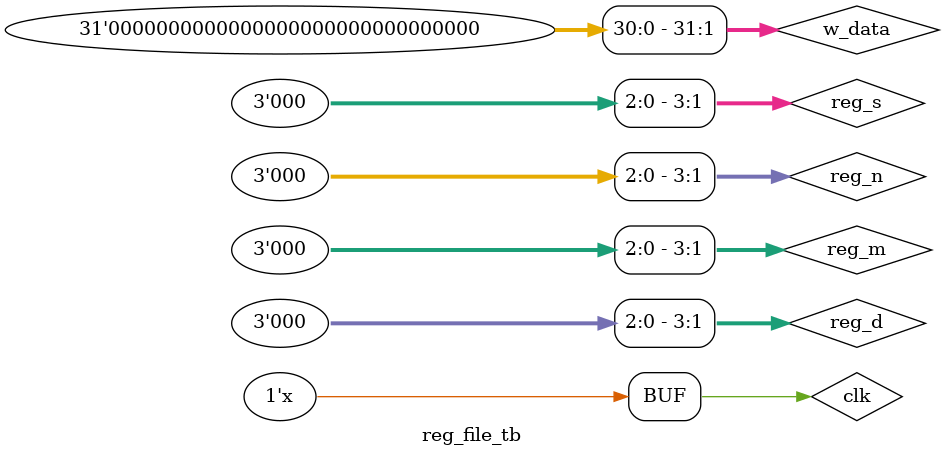
<source format=v>
`timescale 1ns/1ns
module reg_file(clk,w_en,reg_n,reg_m,reg_s,reg_d,w_data,operand_1,operand_2,shift_amt);
input wire clk,w_en;
input wire[3:0] reg_n,reg_m,reg_s,reg_d;
input wire[31:0] w_data;
output reg[31:0] operand_1,operand_2,shift_amt;
reg[31:0] regs[15:0];
always @* begin
	if(clk) begin
		#1
		operand_1<=regs[reg_n];
		operand_2<=regs[reg_m];
		shift_amt<=regs[reg_s];
		if(w_en) begin
			regs[reg_d]<=w_data;
		end
	end
	else begin
		operand_1<=operand_1;
		operand_2<=operand_2;
		shift_amt<=shift_amt;
	end
end
endmodule

module reg_file_tb();
reg clk,w_en;
reg[3:0] reg_n,reg_m,reg_s,reg_d;
reg[31:0] w_data;
wire[31:0] operand_1,operand_2,shift_amt;
reg_file r1(clk,w_en,reg_n,reg_m,reg_s,reg_d,w_data,operand_1,operand_2,shift_amt);
always #5 clk=~clk;
initial begin
clk=0;
w_en=1;
reg_n=1;
reg_m=2;
reg_s=1;
reg_d=5;
w_data=$random;
#10
w_en=1;
reg_n=5;
reg_m=2;
reg_s=5;
reg_d=1;
w_data=$random;
#10
w_en=0;
reg_n=$random;
reg_m=$random;
reg_s=$random;
reg_d=3;
w_data=$random;
#10
w_en=1;
reg_n=3;
reg_m=$random;
reg_s=$random;
reg_d=8;
w_data=$random;
#10
w_en=$random;
reg_n=$random;
reg_m=$random;
reg_s=$random;
reg_d=$random;
w_data=$random;
#10;
end

endmodule

</source>
